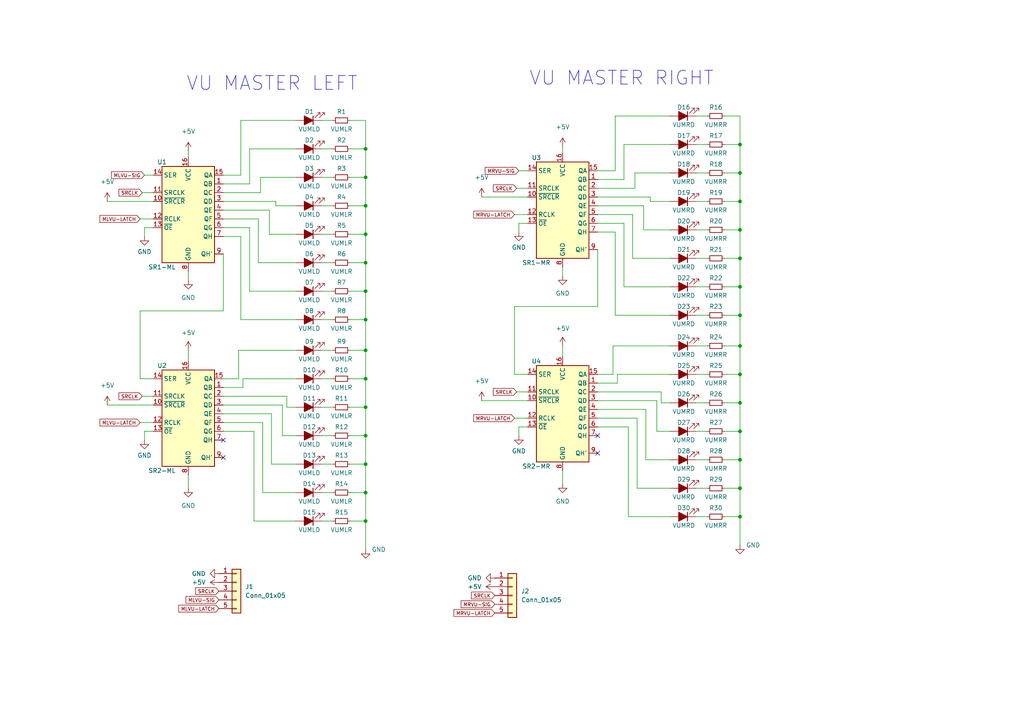
<source format=kicad_sch>
(kicad_sch (version 20231120) (generator "eeschema") (generator_version "8.0")
  (paper "A4")
  (lib_symbols
    (symbol "74xx:74HC595"
      (property "Reference" "U" (at -7.62 13.97 0))
      (property "Value" "74HC595" (at -7.62 -16.51 0))
      (symbol "74HC595_1_0"
        (pin tri_state line (at 10.16 7.62 180) (length 2.54) (name "QB") (number "1"))
        (pin input line (at -10.16 2.54 0) (length 2.54) (name "~{SRCLR}") (number "10"))
        (pin input line (at -10.16 5.08 0) (length 2.54) (name "SRCLK") (number "11"))
        (pin input line (at -10.16 -2.54 0) (length 2.54) (name "RCLK") (number "12"))
        (pin input line (at -10.16 -5.08 0) (length 2.54) (name "~{OE}") (number "13"))
        (pin input line (at -10.16 10.16 0) (length 2.54) (name "SER") (number "14"))
        (pin tri_state line (at 10.16 10.16 180) (length 2.54) (name "QA") (number "15"))
        (pin power_in line (at 0 15.24 270) (length 2.54) (name "VCC") (number "16"))
        (pin tri_state line (at 10.16 5.08 180) (length 2.54) (name "QC") (number "2"))
        (pin tri_state line (at 10.16 2.54 180) (length 2.54) (name "QD") (number "3"))
        (pin tri_state line (at 10.16 0 180) (length 2.54) (name "QE") (number "4"))
        (pin tri_state line (at 10.16 -2.54 180) (length 2.54) (name "QF") (number "5"))
        (pin tri_state line (at 10.16 -5.08 180) (length 2.54) (name "QG") (number "6"))
        (pin tri_state line (at 10.16 -7.62 180) (length 2.54) (name "QH") (number "7"))
        (pin power_in line (at 0 -17.78 90) (length 2.54) (name "GND") (number "8"))
        (pin output line (at 10.16 -12.7 180) (length 2.54) (name "QH'") (number "9"))
      )
      (symbol "74HC595_1_1"
        (rectangle (start -7.62 12.7) (end 7.62 -15.24) (stroke (width 0.254)) (fill (type background)))
      )
    )
    (symbol "Connector_Generic:Conn_01x05" (pin_names (offset 1.016) hide)
      (property "Reference" "J" (at 0 7.62 0))
      (property "Value" "Conn_01x05" (at 0 -7.62 0))
      (symbol "Conn_01x05_1_1"
        (rectangle (start -1.27 -4.953) (end 0 -5.207) (stroke (width 0.1524)))
        (rectangle (start -1.27 -2.413) (end 0 -2.667) (stroke (width 0.1524)))
        (rectangle (start -1.27 0.127) (end 0 -0.127) (stroke (width 0.1524)))
        (rectangle (start -1.27 2.667) (end 0 2.413) (stroke (width 0.1524)))
        (rectangle (start -1.27 5.207) (end 0 4.953) (stroke (width 0.1524)))
        (rectangle (start -1.27 6.35) (end 1.27 -6.35) (stroke (width 0.254)) (fill (type background)))
        (pin passive line (at -5.08 5.08 0) (length 3.81) (name "Pin_1") (number "1"))
        (pin passive line (at -5.08 2.54 0) (length 3.81) (name "Pin_2") (number "2"))
        (pin passive line (at -5.08 0 0) (length 3.81) (name "Pin_3") (number "3"))
        (pin passive line (at -5.08 -2.54 0) (length 3.81) (name "Pin_4") (number "4"))
        (pin passive line (at -5.08 -5.08 0) (length 3.81) (name "Pin_5") (number "5"))
      )
    )
    (symbol "Device:LED_Filled" (pin_numbers hide) (pin_names (offset 1.016) hide)
      (property "Reference" "D" (at 0 2.54 0))
      (property "Value" "LED_Filled" (at 0 -2.54 0))
      (symbol "LED_Filled_0_1"
        (polyline (pts (xy -1.27 -1.27) (xy -1.27 1.27)) (stroke (width 0.254)))
        (polyline (pts (xy -1.27 0) (xy 1.27 0)))
        (polyline (pts (xy 1.27 -1.27) (xy 1.27 1.27) (xy -1.27 0) (xy 1.27 -1.27)) (stroke (width 0.254)) (fill (type outline)))
        (polyline (pts (xy -3.048 -0.762) (xy -4.572 -2.286) (xy -3.81 -2.286) (xy -4.572 -2.286) (xy -4.572 -1.524)))
        (polyline (pts (xy -1.778 -0.762) (xy -3.302 -2.286) (xy -2.54 -2.286) (xy -3.302 -2.286) (xy -3.302 -1.524)))
      )
      (symbol "LED_Filled_1_1"
        (pin passive line (at -3.81 0 0) (length 2.54) (name "K") (number "1"))
        (pin passive line (at 3.81 0 180) (length 2.54) (name "A") (number "2"))
      )
    )
    (symbol "Device:R_Small" (pin_numbers hide) (pin_names (offset 0.254) hide)
      (property "Reference" "R" (at 0.762 0.508 0))
      (property "Value" "R_Small" (at 0.762 -1.016 0))
      (symbol "R_Small_0_1"
        (rectangle (start -0.762 1.778) (end 0.762 -1.778) (stroke (width 0.2032)))
      )
      (symbol "R_Small_1_1"
        (pin passive line (at 0 2.54 270) (length 0.762) (name "~") (number "1"))
        (pin passive line (at 0 -2.54 90) (length 0.762) (name "~") (number "2"))
      )
    )
    (symbol "power:+5V" (power) (pin_names (offset 0))
      (property "Value" "+5V" (at 0 3.556 0))
      (symbol "+5V_0_1"
        (polyline (pts (xy -0.762 1.27) (xy 0 2.54)))
        (polyline (pts (xy 0 0) (xy 0 2.54)))
        (polyline (pts (xy 0 2.54) (xy 0.762 1.27)))
      )
      (symbol "+5V_1_1"
        (pin power_in line (at 0 0 90) (length 0) hide (name "+5V") (number "1"))
      )
    )
    (symbol "power:GND" (power) (pin_names (offset 0))
      (property "Value" "GND" (at 0 -3.81 0))
      (symbol "GND_0_1"
        (polyline (pts (xy 0 0) (xy 0 -1.27) (xy 1.27 -1.27) (xy 0 -2.54) (xy -1.27 -1.27) (xy 0 -1.27)))
      )
      (symbol "GND_1_1"
        (pin power_in line (at 0 0 270) (length 0) hide (name "GND") (number "1"))
      )
    )
  )
  (junction (at 214.63 141.605) (diameter 0.9144))
  (junction (at 106.045 151.13) (diameter 0.9144))
  (junction (at 214.63 149.86) (diameter 0.9144))
  (junction (at 214.63 58.42) (diameter 0.9144))
  (junction (at 106.045 134.62) (diameter 0.9144))
  (junction (at 106.045 118.11) (diameter 0.9144))
  (junction (at 214.63 108.585) (diameter 0.9144))
  (junction (at 214.63 125.095) (diameter 0.9144))
  (junction (at 214.63 100.33) (diameter 0.9144))
  (junction (at 214.63 74.93) (diameter 0.9144))
  (junction (at 106.045 126.365) (diameter 0.9144))
  (junction (at 106.045 76.2) (diameter 0.9144))
  (junction (at 106.045 109.855) (diameter 0.9144))
  (junction (at 106.045 51.435) (diameter 0.9144))
  (junction (at 214.63 83.185) (diameter 0.9144))
  (junction (at 214.63 116.84) (diameter 0.9144))
  (junction (at 106.045 142.875) (diameter 0.9144))
  (junction (at 106.045 43.18) (diameter 0.9144))
  (junction (at 214.63 41.91) (diameter 0.9144))
  (junction (at 214.63 66.675) (diameter 0.9144))
  (junction (at 106.045 92.71) (diameter 0.9144))
  (junction (at 106.045 59.69) (diameter 0.9144))
  (junction (at 106.045 101.6) (diameter 0.9144))
  (junction (at 106.045 84.455) (diameter 0.9144))
  (junction (at 214.63 91.44) (diameter 0.9144))
  (junction (at 214.63 50.165) (diameter 0.9144))
  (junction (at 214.63 133.35) (diameter 0.9144))
  (junction (at 106.045 67.945) (diameter 0.9144))
  (no_connect (at 173.355 126.365))
  (no_connect (at 64.77 132.715))
  (no_connect (at 64.77 127.635))
  (no_connect (at 173.355 131.445))
  (wire (pts (xy 106.045 92.71) (xy 106.045 101.6)))
  (wire (pts (xy 210.185 33.655) (xy 214.63 33.655)))
  (wire (pts (xy 190.5 116.205) (xy 190.5 125.095)))
  (wire (pts (xy 41.91 125.095) (xy 44.45 125.095)))
  (wire (pts (xy 106.045 126.365) (xy 106.045 134.62)))
  (wire (pts (xy 201.93 133.35) (xy 205.105 133.35)))
  (wire (pts (xy 101.6 134.62) (xy 106.045 134.62)))
  (wire (pts (xy 201.93 41.91) (xy 205.105 41.91)))
  (wire (pts (xy 163.195 136.525) (xy 163.195 140.335)))
  (wire (pts (xy 74.93 76.2) (xy 85.725 76.2)))
  (wire (pts (xy 150.495 126.365) (xy 150.495 123.825)))
  (wire (pts (xy 173.355 123.825) (xy 182.245 123.825)))
  (wire (pts (xy 64.77 117.475) (xy 81.915 117.475)))
  (wire (pts (xy 173.355 59.69) (xy 186.69 59.69)))
  (wire (pts (xy 210.185 83.185) (xy 214.63 83.185)))
  (wire (pts (xy 76.2 142.875) (xy 85.725 142.875)))
  (wire (pts (xy 106.045 43.18) (xy 106.045 51.435)))
  (wire (pts (xy 69.85 50.8) (xy 64.77 50.8)))
  (wire (pts (xy 85.725 34.925) (xy 69.85 34.925)))
  (wire (pts (xy 31.115 58.42) (xy 44.45 58.42)))
  (wire (pts (xy 106.045 151.13) (xy 106.045 159.385)))
  (wire (pts (xy 72.39 84.455) (xy 85.725 84.455)))
  (wire (pts (xy 173.355 116.205) (xy 190.5 116.205)))
  (wire (pts (xy 70.485 112.395) (xy 64.77 112.395)))
  (wire (pts (xy 83.185 114.935) (xy 83.185 118.11)))
  (wire (pts (xy 214.63 58.42) (xy 214.63 66.675)))
  (wire (pts (xy 76.2 122.555) (xy 76.2 142.875)))
  (wire (pts (xy 184.15 50.165) (xy 194.31 50.165)))
  (wire (pts (xy 93.345 142.875) (xy 96.52 142.875)))
  (wire (pts (xy 173.355 67.31) (xy 178.435 67.31)))
  (wire (pts (xy 69.215 101.6) (xy 69.215 109.855)))
  (wire (pts (xy 210.185 66.675) (xy 214.63 66.675)))
  (wire (pts (xy 72.39 53.34) (xy 72.39 43.18)))
  (wire (pts (xy 178.435 91.44) (xy 194.31 91.44)))
  (wire (pts (xy 190.5 125.095) (xy 194.31 125.095)))
  (wire (pts (xy 173.355 64.77) (xy 180.975 64.77)))
  (wire (pts (xy 93.345 84.455) (xy 96.52 84.455)))
  (wire (pts (xy 183.515 74.93) (xy 194.31 74.93)))
  (wire (pts (xy 210.185 58.42) (xy 214.63 58.42)))
  (wire (pts (xy 40.64 63.5) (xy 44.45 63.5)))
  (wire (pts (xy 85.725 101.6) (xy 69.215 101.6)))
  (wire (pts (xy 54.61 43.815) (xy 54.61 45.72)))
  (wire (pts (xy 54.61 78.74) (xy 54.61 81.28)))
  (wire (pts (xy 93.345 134.62) (xy 96.52 134.62)))
  (wire (pts (xy 214.63 33.655) (xy 214.63 41.91)))
  (wire (pts (xy 184.785 141.605) (xy 194.31 141.605)))
  (wire (pts (xy 210.185 149.86) (xy 214.63 149.86)))
  (wire (pts (xy 31.115 117.475) (xy 44.45 117.475)))
  (wire (pts (xy 210.185 125.095) (xy 214.63 125.095)))
  (wire (pts (xy 180.975 64.77) (xy 180.975 83.185)))
  (wire (pts (xy 180.975 52.07) (xy 180.975 41.91)))
  (wire (pts (xy 41.275 55.88) (xy 44.45 55.88)))
  (wire (pts (xy 210.185 91.44) (xy 214.63 91.44)))
  (wire (pts (xy 72.39 66.04) (xy 72.39 84.455)))
  (wire (pts (xy 64.77 63.5) (xy 74.93 63.5)))
  (wire (pts (xy 201.93 108.585) (xy 205.105 108.585)))
  (wire (pts (xy 194.31 133.35) (xy 187.325 133.35)))
  (wire (pts (xy 178.435 33.655) (xy 178.435 49.53)))
  (wire (pts (xy 69.85 34.925) (xy 69.85 50.8)))
  (wire (pts (xy 201.93 58.42) (xy 205.105 58.42)))
  (wire (pts (xy 210.185 41.91) (xy 214.63 41.91)))
  (wire (pts (xy 93.345 43.18) (xy 96.52 43.18)))
  (wire (pts (xy 64.77 53.34) (xy 72.39 53.34)))
  (wire (pts (xy 214.63 116.84) (xy 214.63 125.095)))
  (wire (pts (xy 106.045 67.945) (xy 106.045 76.2)))
  (wire (pts (xy 69.85 92.71) (xy 85.725 92.71)))
  (wire (pts (xy 78.74 134.62) (xy 78.74 120.015)))
  (wire (pts (xy 210.185 100.33) (xy 214.63 100.33)))
  (wire (pts (xy 149.86 54.61) (xy 153.035 54.61)))
  (wire (pts (xy 101.6 151.13) (xy 106.045 151.13)))
  (wire (pts (xy 210.185 116.84) (xy 214.63 116.84)))
  (wire (pts (xy 173.355 52.07) (xy 180.975 52.07)))
  (wire (pts (xy 64.77 73.66) (xy 64.77 90.17)))
  (wire (pts (xy 101.6 59.69) (xy 106.045 59.69)))
  (wire (pts (xy 41.91 68.58) (xy 41.91 66.04)))
  (wire (pts (xy 191.77 116.84) (xy 194.31 116.84)))
  (wire (pts (xy 201.93 91.44) (xy 205.105 91.44)))
  (wire (pts (xy 106.045 84.455) (xy 106.045 92.71)))
  (wire (pts (xy 106.045 109.855) (xy 106.045 118.11)))
  (wire (pts (xy 101.6 142.875) (xy 106.045 142.875)))
  (wire (pts (xy 101.6 34.925) (xy 106.045 34.925)))
  (wire (pts (xy 80.01 59.69) (xy 85.725 59.69)))
  (wire (pts (xy 64.77 68.58) (xy 69.85 68.58)))
  (wire (pts (xy 210.185 108.585) (xy 214.63 108.585)))
  (wire (pts (xy 64.77 55.88) (xy 75.565 55.88)))
  (wire (pts (xy 93.345 67.945) (xy 96.52 67.945)))
  (wire (pts (xy 188.595 58.42) (xy 194.31 58.42)))
  (wire (pts (xy 106.045 118.11) (xy 106.045 126.365)))
  (wire (pts (xy 184.785 121.285) (xy 184.785 141.605)))
  (wire (pts (xy 194.31 100.33) (xy 177.8 100.33)))
  (wire (pts (xy 101.6 118.11) (xy 106.045 118.11)))
  (wire (pts (xy 106.045 76.2) (xy 106.045 84.455)))
  (wire (pts (xy 69.215 109.855) (xy 64.77 109.855)))
  (wire (pts (xy 163.195 42.545) (xy 163.195 44.45)))
  (wire (pts (xy 74.93 63.5) (xy 74.93 76.2)))
  (wire (pts (xy 182.245 123.825) (xy 182.245 149.86)))
  (wire (pts (xy 210.185 50.165) (xy 214.63 50.165)))
  (wire (pts (xy 80.01 58.42) (xy 80.01 59.69)))
  (wire (pts (xy 41.275 114.935) (xy 44.45 114.935)))
  (wire (pts (xy 83.185 118.11) (xy 85.725 118.11)))
  (wire (pts (xy 40.64 109.855) (xy 44.45 109.855)))
  (wire (pts (xy 201.93 33.655) (xy 205.105 33.655)))
  (wire (pts (xy 214.63 41.91) (xy 214.63 50.165)))
  (wire (pts (xy 214.63 141.605) (xy 214.63 149.86)))
  (wire (pts (xy 183.515 62.23) (xy 183.515 74.93)))
  (wire (pts (xy 201.93 50.165) (xy 205.105 50.165)))
  (wire (pts (xy 54.61 101.6) (xy 54.61 104.775)))
  (wire (pts (xy 201.93 141.605) (xy 205.105 141.605)))
  (wire (pts (xy 81.915 117.475) (xy 81.915 126.365)))
  (wire (pts (xy 85.725 134.62) (xy 78.74 134.62)))
  (wire (pts (xy 70.485 109.855) (xy 70.485 112.395)))
  (wire (pts (xy 194.31 33.655) (xy 178.435 33.655)))
  (wire (pts (xy 101.6 51.435) (xy 106.045 51.435)))
  (wire (pts (xy 173.355 113.665) (xy 191.77 113.665)))
  (wire (pts (xy 214.63 74.93) (xy 214.63 83.185)))
  (wire (pts (xy 106.045 134.62) (xy 106.045 142.875)))
  (wire (pts (xy 101.6 67.945) (xy 106.045 67.945)))
  (wire (pts (xy 149.225 121.285) (xy 153.035 121.285)))
  (wire (pts (xy 180.975 41.91) (xy 194.31 41.91)))
  (wire (pts (xy 64.77 122.555) (xy 76.2 122.555)))
  (wire (pts (xy 75.565 51.435) (xy 85.725 51.435)))
  (wire (pts (xy 106.045 101.6) (xy 106.045 109.855)))
  (wire (pts (xy 210.185 141.605) (xy 214.63 141.605)))
  (wire (pts (xy 72.39 43.18) (xy 85.725 43.18)))
  (wire (pts (xy 214.63 66.675) (xy 214.63 74.93)))
  (wire (pts (xy 214.63 50.165) (xy 214.63 58.42)))
  (wire (pts (xy 41.91 50.8) (xy 44.45 50.8)))
  (wire (pts (xy 85.725 109.855) (xy 70.485 109.855)))
  (wire (pts (xy 64.77 66.04) (xy 72.39 66.04)))
  (wire (pts (xy 73.66 151.13) (xy 85.725 151.13)))
  (wire (pts (xy 64.77 125.095) (xy 73.66 125.095)))
  (wire (pts (xy 93.345 126.365) (xy 96.52 126.365)))
  (wire (pts (xy 101.6 43.18) (xy 106.045 43.18)))
  (wire (pts (xy 179.07 108.585) (xy 179.07 111.125)))
  (wire (pts (xy 191.77 113.665) (xy 191.77 116.84)))
  (wire (pts (xy 177.8 100.33) (xy 177.8 108.585)))
  (wire (pts (xy 106.045 142.875) (xy 106.045 151.13)))
  (wire (pts (xy 201.93 83.185) (xy 205.105 83.185)))
  (wire (pts (xy 163.195 77.47) (xy 163.195 80.01)))
  (wire (pts (xy 93.345 151.13) (xy 96.52 151.13)))
  (wire (pts (xy 106.045 51.435) (xy 106.045 59.69)))
  (wire (pts (xy 101.6 92.71) (xy 106.045 92.71)))
  (wire (pts (xy 214.63 91.44) (xy 214.63 100.33)))
  (wire (pts (xy 178.435 49.53) (xy 173.355 49.53)))
  (wire (pts (xy 150.495 49.53) (xy 153.035 49.53)))
  (wire (pts (xy 93.345 109.855) (xy 96.52 109.855)))
  (wire (pts (xy 214.63 108.585) (xy 214.63 116.84)))
  (wire (pts (xy 93.345 76.2) (xy 96.52 76.2)))
  (wire (pts (xy 182.245 149.86) (xy 194.31 149.86)))
  (wire (pts (xy 201.93 66.675) (xy 205.105 66.675)))
  (wire (pts (xy 173.355 57.15) (xy 188.595 57.15)))
  (wire (pts (xy 93.345 101.6) (xy 96.52 101.6)))
  (wire (pts (xy 78.74 120.015) (xy 64.77 120.015)))
  (wire (pts (xy 214.63 83.185) (xy 214.63 91.44)))
  (wire (pts (xy 139.7 116.205) (xy 153.035 116.205)))
  (wire (pts (xy 173.355 88.9) (xy 149.225 88.9)))
  (wire (pts (xy 149.86 113.665) (xy 153.035 113.665)))
  (wire (pts (xy 178.435 67.31) (xy 178.435 91.44)))
  (wire (pts (xy 149.225 88.9) (xy 149.225 108.585)))
  (wire (pts (xy 93.345 34.925) (xy 96.52 34.925)))
  (wire (pts (xy 149.225 62.23) (xy 153.035 62.23)))
  (wire (pts (xy 186.69 59.69) (xy 186.69 66.675)))
  (wire (pts (xy 177.8 108.585) (xy 173.355 108.585)))
  (wire (pts (xy 139.7 57.15) (xy 153.035 57.15)))
  (wire (pts (xy 64.77 58.42) (xy 80.01 58.42)))
  (wire (pts (xy 101.6 101.6) (xy 106.045 101.6)))
  (wire (pts (xy 173.355 62.23) (xy 183.515 62.23)))
  (wire (pts (xy 201.93 100.33) (xy 205.105 100.33)))
  (wire (pts (xy 184.15 54.61) (xy 184.15 50.165)))
  (wire (pts (xy 40.64 90.17) (xy 40.64 109.855)))
  (wire (pts (xy 93.345 118.11) (xy 96.52 118.11)))
  (wire (pts (xy 101.6 76.2) (xy 106.045 76.2)))
  (wire (pts (xy 75.565 55.88) (xy 75.565 51.435)))
  (wire (pts (xy 54.61 137.795) (xy 54.61 141.605)))
  (wire (pts (xy 173.355 72.39) (xy 173.355 88.9)))
  (wire (pts (xy 40.64 122.555) (xy 44.45 122.555)))
  (wire (pts (xy 201.93 149.86) (xy 205.105 149.86)))
  (wire (pts (xy 106.045 34.925) (xy 106.045 43.18)))
  (wire (pts (xy 101.6 84.455) (xy 106.045 84.455)))
  (wire (pts (xy 214.63 125.095) (xy 214.63 133.35)))
  (wire (pts (xy 93.345 59.69) (xy 96.52 59.69)))
  (wire (pts (xy 73.66 125.095) (xy 73.66 151.13)))
  (wire (pts (xy 150.495 67.31) (xy 150.495 64.77)))
  (wire (pts (xy 194.31 108.585) (xy 179.07 108.585)))
  (wire (pts (xy 163.195 100.33) (xy 163.195 103.505)))
  (wire (pts (xy 173.355 54.61) (xy 184.15 54.61)))
  (wire (pts (xy 214.63 133.35) (xy 214.63 141.605)))
  (wire (pts (xy 201.93 125.095) (xy 205.105 125.095)))
  (wire (pts (xy 149.225 108.585) (xy 153.035 108.585)))
  (wire (pts (xy 214.63 149.86) (xy 214.63 158.115)))
  (wire (pts (xy 93.345 92.71) (xy 96.52 92.71)))
  (wire (pts (xy 188.595 57.15) (xy 188.595 58.42)))
  (wire (pts (xy 106.045 59.69) (xy 106.045 67.945)))
  (wire (pts (xy 93.345 51.435) (xy 96.52 51.435)))
  (wire (pts (xy 214.63 100.33) (xy 214.63 108.585)))
  (wire (pts (xy 81.915 126.365) (xy 85.725 126.365)))
  (wire (pts (xy 101.6 109.855) (xy 106.045 109.855)))
  (wire (pts (xy 64.77 90.17) (xy 40.64 90.17)))
  (wire (pts (xy 179.07 111.125) (xy 173.355 111.125)))
  (wire (pts (xy 69.85 68.58) (xy 69.85 92.71)))
  (wire (pts (xy 78.105 67.945) (xy 85.725 67.945)))
  (wire (pts (xy 187.325 133.35) (xy 187.325 118.745)))
  (wire (pts (xy 187.325 118.745) (xy 173.355 118.745)))
  (wire (pts (xy 186.69 66.675) (xy 194.31 66.675)))
  (wire (pts (xy 101.6 126.365) (xy 106.045 126.365)))
  (wire (pts (xy 201.93 74.93) (xy 205.105 74.93)))
  (wire (pts (xy 150.495 64.77) (xy 153.035 64.77)))
  (wire (pts (xy 41.91 66.04) (xy 44.45 66.04)))
  (wire (pts (xy 210.185 74.93) (xy 214.63 74.93)))
  (wire (pts (xy 180.975 83.185) (xy 194.31 83.185)))
  (wire (pts (xy 64.77 60.96) (xy 78.105 60.96)))
  (wire (pts (xy 173.355 121.285) (xy 184.785 121.285)))
  (wire (pts (xy 150.495 123.825) (xy 153.035 123.825)))
  (wire (pts (xy 78.105 60.96) (xy 78.105 67.945)))
  (wire (pts (xy 201.93 116.84) (xy 205.105 116.84)))
  (wire (pts (xy 210.185 133.35) (xy 214.63 133.35)))
  (wire (pts (xy 41.91 127.635) (xy 41.91 125.095)))
  (wire (pts (xy 64.77 114.935) (xy 83.185 114.935)))
  (text "VU MASTER LEFT" (at 53.975 26.67 0) (effects (font (size 4.016 4.016)) (justify left bottom)))
  (text "VU MASTER RIGHT" (at 153.416 25.146 0) (effects (font (size 4.016 4.016)) (justify left bottom)))
  (global_label "MRVU-SIG" (shape input) (at 143.51 175.26 180) (effects (font (size 1.016 1.016))) (property "Intersheetrefs" "${INTERSHEET_REFS}" (effects (hide yes))))
  (global_label "SRCLK" (shape input) (at 41.275 114.935 180) (effects (font (size 1.016 1.016))) (property "Intersheetrefs" "${INTERSHEET_REFS}" (effects (hide yes))))
  (global_label "MRVU-LATCH" (shape input) (at 149.225 121.285 180) (effects (font (size 1.016 1.016))) (property "Intersheetrefs" "${INTERSHEET_REFS}" (effects (hide yes))))
  (global_label "MRVU-LATCH" (shape input) (at 143.51 177.8 180) (effects (font (size 1.016 1.016))) (property "Intersheetrefs" "${INTERSHEET_REFS}" (effects (hide yes))))
  (global_label "MLVU-LATCH" (shape input) (at 63.5 176.53 180) (effects (font (size 1.016 1.016))) (property "Intersheetrefs" "${INTERSHEET_REFS}" (effects (hide yes))))
  (global_label "MLVU-LATCH" (shape input) (at 40.64 122.555 180) (effects (font (size 1.016 1.016))) (property "Intersheetrefs" "${INTERSHEET_REFS}" (effects (hide yes))))
  (global_label "MRVU-LATCH" (shape input) (at 149.225 62.23 180) (effects (font (size 1.016 1.016))) (property "Intersheetrefs" "${INTERSHEET_REFS}" (effects (hide yes))))
  (global_label "MLVU-SIG" (shape input) (at 63.5 173.99 180) (effects (font (size 1.016 1.016))) (property "Intersheetrefs" "${INTERSHEET_REFS}" (effects (hide yes))))
  (global_label "SRCLK" (shape input) (at 149.86 54.61 180) (effects (font (size 1.016 1.016))) (property "Intersheetrefs" "${INTERSHEET_REFS}" (effects (hide yes))))
  (global_label "SRCLK" (shape input) (at 63.5 171.45 180) (effects (font (size 1.016 1.016))) (property "Intersheetrefs" "${INTERSHEET_REFS}" (effects (hide yes))))
  (global_label "MRVU-SIG" (shape input) (at 150.495 49.53 180) (effects (font (size 1.016 1.016))) (property "Intersheetrefs" "${INTERSHEET_REFS}" (effects (hide yes))))
  (global_label "SRCLK" (shape input) (at 149.86 113.665 180) (effects (font (size 1.016 1.016))) (property "Intersheetrefs" "${INTERSHEET_REFS}" (effects (hide yes))))
  (global_label "MLVU-LATCH" (shape input) (at 40.64 63.5 180) (effects (font (size 1.016 1.016))) (property "Intersheetrefs" "${INTERSHEET_REFS}" (effects (hide yes))))
  (global_label "MLVU-SIG" (shape input) (at 41.91 50.8 180) (effects (font (size 1.016 1.016))) (property "Intersheetrefs" "${INTERSHEET_REFS}" (effects (hide yes))))
  (global_label "SRCLK" (shape input) (at 41.275 55.88 180) (effects (font (size 1.016 1.016))) (property "Intersheetrefs" "${INTERSHEET_REFS}" (effects (hide yes))))
  (global_label "SRCLK" (shape input) (at 143.51 172.72 180) (effects (font (size 1.016 1.016))) (property "Intersheetrefs" "${INTERSHEET_REFS}" (effects (hide yes))))
  (symbol (lib_id "74xx:74HC595") (at 54.61 120.015 0) (unit 1)
    (property "Reference" "U2" (at 46.99 106.045 0))
    (property "Value" "SR2-ML" (at 46.99 136.525 0))
    (property "Footprint" "Package_SO:SOIC-16_3.9x9.9mm_P1.27mm" (effects (hide yes)))
    (property "Datasheet" "http://www.ti.com/lit/ds/symlink/sn74hc595.pdf" (effects (hide yes)))
  )
  (symbol (lib_id "Device:R_Small") (at 99.06 134.62 270) (unit 1)
    (property "Reference" "R13" (at 99.06 132.08 90))
    (property "Value" "VUMLR" (at 99.06 137.16 90))
    (property "Footprint" "Resistor_SMD:R_1206_3216Metric_Pad1.30x1.75mm_HandSolder" (effects (hide yes)))
  )
  (symbol (lib_id "power:+5V") (at 163.195 100.33 0) (unit 1)
    (property "Reference" "#PWR016" (effects (hide yes)))
    (property "Value" "+5V" (at 163.195 95.25 0))
  )
  (symbol (lib_id "Device:R_Small") (at 207.645 50.165 270) (unit 1)
    (property "Reference" "R18" (at 207.645 47.625 90))
    (property "Value" "VUMRR" (at 207.645 52.705 90))
    (property "Footprint" "Resistor_SMD:R_1206_3216Metric_Pad1.30x1.75mm_HandSolder" (effects (hide yes)))
  )
  (symbol (lib_id "power:GND") (at 63.5 166.37 270) (unit 1)
    (property "Reference" "#PWR019" (effects (hide yes)))
    (property "Value" "GND" (at 59.69 166.3699 90) (effects (justify right)))
  )
  (symbol (lib_id "power:GND") (at 163.195 80.01 0) (unit 1)
    (property "Reference" "#PWR015" (effects (hide yes)))
    (property "Value" "GND" (at 163.195 85.09 0))
  )
  (symbol (lib_id "Device:LED_Filled") (at 198.12 74.93 180) (unit 1)
    (property "Reference" "D21" (at 198.3105 72.39 0))
    (property "Value" "VUMRD" (at 198.3105 77.47 0))
    (property "Footprint" "Library:LED_YELLOW" (effects (hide yes)))
  )
  (symbol (lib_id "Device:LED_Filled") (at 198.12 116.84 180) (unit 1)
    (property "Reference" "D26" (at 198.3105 114.3 0))
    (property "Value" "VUMRD" (at 198.3105 119.38 0))
    (property "Footprint" "Library:LED_GREEN" (effects (hide yes)))
  )
  (symbol (lib_id "Device:LED_Filled") (at 198.12 100.33 180) (unit 1)
    (property "Reference" "D24" (at 198.3105 97.79 0))
    (property "Value" "VUMRD" (at 198.3105 102.87 0))
    (property "Footprint" "Library:LED_GREEN" (effects (hide yes)))
  )
  (symbol (lib_id "Device:R_Small") (at 207.645 91.44 270) (unit 1)
    (property "Reference" "R23" (at 207.645 88.9 90))
    (property "Value" "VUMRR" (at 207.645 93.98 90))
    (property "Footprint" "Resistor_SMD:R_1206_3216Metric_Pad1.30x1.75mm_HandSolder" (effects (hide yes)))
  )
  (symbol (lib_id "Device:LED_Filled") (at 198.12 33.655 180) (unit 1)
    (property "Reference" "D16" (at 198.3105 31.115 0))
    (property "Value" "VUMRD" (at 198.3105 36.195 0))
    (property "Footprint" "Library:LED_RED" (effects (hide yes)))
  )
  (symbol (lib_id "Device:R_Small") (at 207.645 108.585 270) (unit 1)
    (property "Reference" "R25" (at 207.645 106.045 90))
    (property "Value" "VUMRR" (at 207.645 111.125 90))
    (property "Footprint" "Resistor_SMD:R_1206_3216Metric_Pad1.30x1.75mm_HandSolder" (effects (hide yes)))
  )
  (symbol (lib_id "power:+5V") (at 54.61 101.6 0) (unit 1)
    (property "Reference" "#PWR07" (effects (hide yes)))
    (property "Value" "+5V" (at 54.61 96.52 0))
  )
  (symbol (lib_id "Device:LED_Filled") (at 89.535 34.925 180) (unit 1)
    (property "Reference" "D1" (at 89.7255 32.385 0))
    (property "Value" "VUMLD" (at 89.7255 37.465 0))
    (property "Footprint" "Library:LED_RED" (effects (hide yes)))
  )
  (symbol (lib_id "Device:LED_Filled") (at 89.535 59.69 180) (unit 1)
    (property "Reference" "D4" (at 89.7255 57.15 0))
    (property "Value" "VUMLD" (at 89.7255 62.23 0))
    (property "Footprint" "Library:LED_YELLOW" (effects (hide yes)))
  )
  (symbol (lib_id "Device:R_Small") (at 99.06 51.435 270) (unit 1)
    (property "Reference" "R3" (at 99.06 48.895 90))
    (property "Value" "VUMLR" (at 99.06 53.975 90))
    (property "Footprint" "Resistor_SMD:R_1206_3216Metric_Pad1.30x1.75mm_HandSolder" (effects (hide yes)))
  )
  (symbol (lib_id "Device:R_Small") (at 99.06 34.925 270) (unit 1)
    (property "Reference" "R1" (at 99.06 32.385 90))
    (property "Value" "VUMLR" (at 99.06 37.465 90))
    (property "Footprint" "Resistor_SMD:R_1206_3216Metric_Pad1.30x1.75mm_HandSolder" (effects (hide yes)))
  )
  (symbol (lib_id "power:GND") (at 41.91 127.635 0) (unit 1)
    (property "Reference" "#PWR04" (effects (hide yes)))
    (property "Value" "GND" (at 41.91 132.08 0))
  )
  (symbol (lib_id "power:GND") (at 163.195 140.335 0) (unit 1)
    (property "Reference" "#PWR017" (effects (hide yes)))
    (property "Value" "GND" (at 163.195 145.415 0))
  )
  (symbol (lib_id "Device:LED_Filled") (at 89.535 151.13 180) (unit 1)
    (property "Reference" "D15" (at 89.7255 148.59 0))
    (property "Value" "VUMLD" (at 89.7255 153.67 0))
    (property "Footprint" "Library:LED_GREEN" (effects (hide yes)))
  )
  (symbol (lib_id "Device:LED_Filled") (at 89.535 118.11 180) (unit 1)
    (property "Reference" "D11" (at 89.7255 115.57 0))
    (property "Value" "VUMLD" (at 89.7255 120.65 0))
    (property "Footprint" "Library:LED_GREEN" (effects (hide yes)))
  )
  (symbol (lib_id "Device:LED_Filled") (at 89.535 84.455 180) (unit 1)
    (property "Reference" "D7" (at 89.7255 81.915 0))
    (property "Value" "VUMLD" (at 89.7255 86.995 0))
    (property "Footprint" "Library:LED_GREEN" (effects (hide yes)))
  )
  (symbol (lib_id "Device:R_Small") (at 207.645 100.33 270) (unit 1)
    (property "Reference" "R24" (at 207.645 97.79 90))
    (property "Value" "VUMRR" (at 207.645 102.87 90))
    (property "Footprint" "Resistor_SMD:R_1206_3216Metric_Pad1.30x1.75mm_HandSolder" (effects (hide yes)))
  )
  (symbol (lib_id "Device:R_Small") (at 99.06 59.69 270) (unit 1)
    (property "Reference" "R4" (at 99.06 57.15 90))
    (property "Value" "VUMLR" (at 99.06 62.23 90))
    (property "Footprint" "Resistor_SMD:R_1206_3216Metric_Pad1.30x1.75mm_HandSolder" (effects (hide yes)))
  )
  (symbol (lib_id "power:GND") (at 54.61 141.605 0) (unit 1)
    (property "Reference" "#PWR08" (effects (hide yes)))
    (property "Value" "GND" (at 54.61 146.685 0))
  )
  (symbol (lib_id "power:GND") (at 214.63 158.115 0) (unit 1)
    (property "Reference" "#PWR018" (effects (hide yes)))
    (property "Value" "GND" (at 218.44 158.115 0))
  )
  (symbol (lib_id "Device:R_Small") (at 99.06 126.365 270) (unit 1)
    (property "Reference" "R12" (at 99.06 123.825 90))
    (property "Value" "VUMLR" (at 99.06 128.905 90))
    (property "Footprint" "Resistor_SMD:R_1206_3216Metric_Pad1.30x1.75mm_HandSolder" (effects (hide yes)))
  )
  (symbol (lib_id "power:GND") (at 150.495 126.365 0) (unit 1)
    (property "Reference" "#PWR013" (effects (hide yes)))
    (property "Value" "GND" (at 150.495 130.81 0))
  )
  (symbol (lib_id "power:+5V") (at 163.195 42.545 0) (unit 1)
    (property "Reference" "#PWR014" (effects (hide yes)))
    (property "Value" "+5V" (at 163.195 36.83 0))
  )
  (symbol (lib_id "Device:LED_Filled") (at 89.535 134.62 180) (unit 1)
    (property "Reference" "D13" (at 89.7255 132.08 0))
    (property "Value" "VUMLD" (at 89.7255 137.16 0))
    (property "Footprint" "Library:LED_GREEN" (effects (hide yes)))
  )
  (symbol (lib_id "Device:R_Small") (at 207.645 74.93 270) (unit 1)
    (property "Reference" "R21" (at 207.645 72.39 90))
    (property "Value" "VUMRR" (at 207.645 77.47 90))
    (property "Footprint" "Resistor_SMD:R_1206_3216Metric_Pad1.30x1.75mm_HandSolder" (effects (hide yes)))
  )
  (symbol (lib_id "power:GND") (at 54.61 81.28 0) (unit 1)
    (property "Reference" "#PWR06" (effects (hide yes)))
    (property "Value" "GND" (at 54.61 86.36 0))
  )
  (symbol (lib_id "power:+5V") (at 54.61 43.815 0) (unit 1)
    (property "Reference" "#PWR05" (effects (hide yes)))
    (property "Value" "+5V" (at 54.61 38.1 0))
  )
  (symbol (lib_id "Device:R_Small") (at 207.645 83.185 270) (unit 1)
    (property "Reference" "R22" (at 207.645 80.645 90))
    (property "Value" "VUMRR" (at 207.645 85.725 90))
    (property "Footprint" "Resistor_SMD:R_1206_3216Metric_Pad1.30x1.75mm_HandSolder" (effects (hide yes)))
  )
  (symbol (lib_id "Device:R_Small") (at 99.06 76.2 270) (unit 1)
    (property "Reference" "R6" (at 99.06 73.66 90))
    (property "Value" "VUMLR" (at 99.06 78.74 90))
    (property "Footprint" "Resistor_SMD:R_1206_3216Metric_Pad1.30x1.75mm_HandSolder" (effects (hide yes)))
  )
  (symbol (lib_id "power:GND") (at 143.51 167.64 270) (unit 1)
    (property "Reference" "#PWR021" (effects (hide yes)))
    (property "Value" "GND" (at 139.7 167.6399 90) (effects (justify right)))
  )
  (symbol (lib_id "Device:LED_Filled") (at 198.12 41.91 180) (unit 1)
    (property "Reference" "D17" (at 198.3105 39.37 0))
    (property "Value" "VUMRD" (at 198.3105 44.45 0))
    (property "Footprint" "Library:LED_RED" (effects (hide yes)))
  )
  (symbol (lib_id "Device:LED_Filled") (at 89.535 76.2 180) (unit 1)
    (property "Reference" "D6" (at 89.7255 73.66 0))
    (property "Value" "VUMLD" (at 89.7255 78.74 0))
    (property "Footprint" "Library:LED_YELLOW" (effects (hide yes)))
  )
  (symbol (lib_id "Device:LED_Filled") (at 198.12 133.35 180) (unit 1)
    (property "Reference" "D28" (at 198.3105 130.81 0))
    (property "Value" "VUMRD" (at 198.3105 135.89 0))
    (property "Footprint" "Library:LED_GREEN" (effects (hide yes)))
  )
  (symbol (lib_id "Device:LED_Filled") (at 198.12 141.605 180) (unit 1)
    (property "Reference" "D29" (at 198.3105 139.065 0))
    (property "Value" "VUMRD" (at 198.3105 144.145 0))
    (property "Footprint" "Library:LED_GREEN" (effects (hide yes)))
  )
  (symbol (lib_id "Device:LED_Filled") (at 198.12 91.44 180) (unit 1)
    (property "Reference" "D23" (at 198.3105 88.9 0))
    (property "Value" "VUMRD" (at 198.3105 93.98 0))
    (property "Footprint" "Library:LED_GREEN" (effects (hide yes)))
  )
  (symbol (lib_id "Device:R_Small") (at 207.645 58.42 270) (unit 1)
    (property "Reference" "R19" (at 207.645 55.88 90))
    (property "Value" "VUMRR" (at 207.645 60.96 90))
    (property "Footprint" "Resistor_SMD:R_1206_3216Metric_Pad1.30x1.75mm_HandSolder" (effects (hide yes)))
  )
  (symbol (lib_id "Device:LED_Filled") (at 89.535 109.855 180) (unit 1)
    (property "Reference" "D10" (at 89.7255 107.315 0))
    (property "Value" "VUMLD" (at 89.7255 112.395 0))
    (property "Footprint" "Library:LED_GREEN" (effects (hide yes)))
  )
  (symbol (lib_id "power:GND") (at 41.91 68.58 0) (unit 1)
    (property "Reference" "#PWR03" (effects (hide yes)))
    (property "Value" "GND" (at 41.91 73.025 0))
  )
  (symbol (lib_id "Device:R_Small") (at 207.645 125.095 270) (unit 1)
    (property "Reference" "R27" (at 207.645 122.555 90))
    (property "Value" "VUMRR" (at 207.645 127.635 90))
    (property "Footprint" "Resistor_SMD:R_1206_3216Metric_Pad1.30x1.75mm_HandSolder" (effects (hide yes)))
  )
  (symbol (lib_id "Device:R_Small") (at 99.06 84.455 270) (unit 1)
    (property "Reference" "R7" (at 99.06 81.915 90))
    (property "Value" "VUMLR" (at 99.06 86.995 90))
    (property "Footprint" "Resistor_SMD:R_1206_3216Metric_Pad1.30x1.75mm_HandSolder" (effects (hide yes)))
  )
  (symbol (lib_id "Device:R_Small") (at 207.645 33.655 270) (unit 1)
    (property "Reference" "R16" (at 207.645 31.115 90))
    (property "Value" "VUMRR" (at 207.645 36.195 90))
    (property "Footprint" "Resistor_SMD:R_1206_3216Metric_Pad1.30x1.75mm_HandSolder" (effects (hide yes)))
  )
  (symbol (lib_id "Device:R_Small") (at 207.645 116.84 270) (unit 1)
    (property "Reference" "R26" (at 207.645 114.3 90))
    (property "Value" "VUMRR" (at 207.645 119.38 90))
    (property "Footprint" "Resistor_SMD:R_1206_3216Metric_Pad1.30x1.75mm_HandSolder" (effects (hide yes)))
  )
  (symbol (lib_id "power:+5V") (at 31.115 117.475 0) (unit 1)
    (property "Reference" "#PWR02" (effects (hide yes)))
    (property "Value" "+5V" (at 31.115 111.76 0))
  )
  (symbol (lib_id "Connector_Generic:Conn_01x05") (at 68.58 171.45 0) (unit 1)
    (property "Reference" "J1" (at 71.12 170.1799 0) (effects (justify left)))
    (property "Value" "Conn_01x05" (at 71.12 172.7199 0) (effects (justify left)))
    (property "Description" "Generic connector, single row, 01x05, script generated (kicad-library-utils/schlib/autogen/connector/)" (effects (hide yes)))
  )
  (symbol (lib_id "power:+5V") (at 139.7 116.205 0) (unit 1)
    (property "Reference" "#PWR011" (effects (hide yes)))
    (property "Value" "+5V" (at 139.7 110.49 0))
  )
  (symbol (lib_id "power:GND") (at 106.045 159.385 0) (unit 1)
    (property "Reference" "#PWR09" (effects (hide yes)))
    (property "Value" "GND" (at 109.855 159.385 0))
  )
  (symbol (lib_id "74xx:74HC595") (at 54.61 60.96 0) (unit 1)
    (property "Reference" "U1" (at 46.99 46.99 0))
    (property "Value" "SR1-ML" (at 46.99 77.47 0))
    (property "Footprint" "Package_SO:SOIC-16_3.9x9.9mm_P1.27mm" (effects (hide yes)))
    (property "Datasheet" "http://www.ti.com/lit/ds/symlink/sn74hc595.pdf" (effects (hide yes)))
  )
  (symbol (lib_id "Device:LED_Filled") (at 198.12 58.42 180) (unit 1)
    (property "Reference" "D19" (at 198.3105 55.88 0))
    (property "Value" "VUMRD" (at 198.3105 60.96 0))
    (property "Footprint" "Library:LED_YELLOW" (effects (hide yes)))
  )
  (symbol (lib_id "Device:LED_Filled") (at 198.12 125.095 180) (unit 1)
    (property "Reference" "D27" (at 198.3105 122.555 0))
    (property "Value" "VUMRD" (at 198.3105 127.635 0))
    (property "Footprint" "Library:LED_GREEN" (effects (hide yes)))
  )
  (symbol (lib_id "Device:LED_Filled") (at 89.535 43.18 180) (unit 1)
    (property "Reference" "D2" (at 89.7255 40.64 0))
    (property "Value" "VUMLD" (at 89.7255 45.72 0))
    (property "Footprint" "Library:LED_RED" (effects (hide yes)))
  )
  (symbol (lib_id "Device:LED_Filled") (at 198.12 149.86 180) (unit 1)
    (property "Reference" "D30" (at 198.3105 147.32 0))
    (property "Value" "VUMRD" (at 198.3105 152.4 0))
    (property "Footprint" "Library:LED_GREEN" (effects (hide yes)))
  )
  (symbol (lib_id "power:GND") (at 150.495 67.31 0) (unit 1)
    (property "Reference" "#PWR012" (effects (hide yes)))
    (property "Value" "GND" (at 150.495 71.755 0))
  )
  (symbol (lib_id "74xx:74HC595") (at 163.195 59.69 0) (unit 1)
    (property "Reference" "U3" (at 155.575 45.72 0))
    (property "Value" "SR1-MR" (at 155.575 76.2 0))
    (property "Footprint" "Package_SO:SOIC-16_3.9x9.9mm_P1.27mm" (effects (hide yes)))
    (property "Datasheet" "http://www.ti.com/lit/ds/symlink/sn74hc595.pdf" (effects (hide yes)))
  )
  (symbol (lib_id "Device:R_Small") (at 99.06 67.945 270) (unit 1)
    (property "Reference" "R5" (at 99.06 65.405 90))
    (property "Value" "VUMLR" (at 99.06 70.485 90))
    (property "Footprint" "Resistor_SMD:R_1206_3216Metric_Pad1.30x1.75mm_HandSolder" (effects (hide yes)))
  )
  (symbol (lib_id "Device:LED_Filled") (at 89.535 92.71 180) (unit 1)
    (property "Reference" "D8" (at 89.7255 90.17 0))
    (property "Value" "VUMLD" (at 89.7255 95.25 0))
    (property "Footprint" "Library:LED_GREEN" (effects (hide yes)))
  )
  (symbol (lib_id "Connector_Generic:Conn_01x05") (at 148.59 172.72 0) (unit 1)
    (property "Reference" "J2" (at 151.13 171.4499 0) (effects (justify left)))
    (property "Value" "Conn_01x05" (at 151.13 173.9899 0) (effects (justify left)))
    (property "Description" "Generic connector, single row, 01x05, script generated (kicad-library-utils/schlib/autogen/connector/)" (effects (hide yes)))
  )
  (symbol (lib_id "Device:R_Small") (at 207.645 41.91 270) (unit 1)
    (property "Reference" "R17" (at 207.645 39.37 90))
    (property "Value" "VUMRR" (at 207.645 44.45 90))
    (property "Footprint" "Resistor_SMD:R_1206_3216Metric_Pad1.30x1.75mm_HandSolder" (effects (hide yes)))
  )
  (symbol (lib_id "Device:LED_Filled") (at 198.12 108.585 180) (unit 1)
    (property "Reference" "D25" (at 198.3105 106.045 0))
    (property "Value" "VUMRD" (at 198.3105 111.125 0))
    (property "Footprint" "Library:LED_GREEN" (effects (hide yes)))
  )
  (symbol (lib_id "Device:R_Small") (at 99.06 151.13 270) (unit 1)
    (property "Reference" "R15" (at 99.06 148.59 90))
    (property "Value" "VUMLR" (at 99.06 153.67 90))
    (property "Footprint" "Resistor_SMD:R_1206_3216Metric_Pad1.30x1.75mm_HandSolder" (effects (hide yes)))
  )
  (symbol (lib_id "Device:R_Small") (at 99.06 92.71 270) (unit 1)
    (property "Reference" "R8" (at 99.06 90.17 90))
    (property "Value" "VUMLR" (at 99.06 95.25 90))
    (property "Footprint" "Resistor_SMD:R_1206_3216Metric_Pad1.30x1.75mm_HandSolder" (effects (hide yes)))
  )
  (symbol (lib_id "Device:R_Small") (at 207.645 149.86 270) (unit 1)
    (property "Reference" "R30" (at 207.645 147.32 90))
    (property "Value" "VUMRR" (at 207.645 152.4 90))
    (property "Footprint" "Resistor_SMD:R_1206_3216Metric_Pad1.30x1.75mm_HandSolder" (effects (hide yes)))
  )
  (symbol (lib_id "Device:R_Small") (at 207.645 133.35 270) (unit 1)
    (property "Reference" "R28" (at 207.645 130.81 90))
    (property "Value" "VUMRR" (at 207.645 135.89 90))
    (property "Footprint" "Resistor_SMD:R_1206_3216Metric_Pad1.30x1.75mm_HandSolder" (effects (hide yes)))
  )
  (symbol (lib_id "Device:LED_Filled") (at 89.535 101.6 180) (unit 1)
    (property "Reference" "D9" (at 89.7255 99.06 0))
    (property "Value" "VUMLD" (at 89.7255 104.14 0))
    (property "Footprint" "Library:LED_GREEN" (effects (hide yes)))
  )
  (symbol (lib_id "Device:R_Small") (at 99.06 101.6 270) (unit 1)
    (property "Reference" "R9" (at 99.06 99.06 90))
    (property "Value" "VUMLR" (at 99.06 104.14 90))
    (property "Footprint" "Resistor_SMD:R_1206_3216Metric_Pad1.30x1.75mm_HandSolder" (effects (hide yes)))
  )
  (symbol (lib_id "power:+5V") (at 139.7 57.15 0) (unit 1)
    (property "Reference" "#PWR010" (effects (hide yes)))
    (property "Value" "+5V" (at 139.7 51.435 0))
  )
  (symbol (lib_id "Device:LED_Filled") (at 198.12 66.675 180) (unit 1)
    (property "Reference" "D20" (at 198.3105 64.135 0))
    (property "Value" "VUMRD" (at 198.3105 69.215 0))
    (property "Footprint" "Library:LED_YELLOW" (effects (hide yes)))
  )
  (symbol (lib_id "Device:LED_Filled") (at 89.535 126.365 180) (unit 1)
    (property "Reference" "D12" (at 89.7255 123.825 0))
    (property "Value" "VUMLD" (at 89.7255 128.905 0))
    (property "Footprint" "Library:LED_GREEN" (effects (hide yes)))
  )
  (symbol (lib_id "power:+5V") (at 31.115 58.42 0) (unit 1)
    (property "Reference" "#PWR01" (effects (hide yes)))
    (property "Value" "+5V" (at 31.115 52.705 0))
  )
  (symbol (lib_id "Device:R_Small") (at 207.645 66.675 270) (unit 1)
    (property "Reference" "R20" (at 207.645 64.135 90))
    (property "Value" "VUMRR" (at 207.645 69.215 90))
    (property "Footprint" "Resistor_SMD:R_1206_3216Metric_Pad1.30x1.75mm_HandSolder" (effects (hide yes)))
  )
  (symbol (lib_id "Device:LED_Filled") (at 198.12 83.185 180) (unit 1)
    (property "Reference" "D22" (at 198.3105 80.645 0))
    (property "Value" "VUMRD" (at 198.3105 85.725 0))
    (property "Footprint" "Library:LED_GREEN" (effects (hide yes)))
  )
  (symbol (lib_id "Device:R_Small") (at 99.06 142.875 270) (unit 1)
    (property "Reference" "R14" (at 99.06 140.335 90))
    (property "Value" "VUMLR" (at 99.06 145.415 90))
    (property "Footprint" "Resistor_SMD:R_1206_3216Metric_Pad1.30x1.75mm_HandSolder" (effects (hide yes)))
  )
  (symbol (lib_id "Device:R_Small") (at 99.06 43.18 270) (unit 1)
    (property "Reference" "R2" (at 99.06 40.64 90))
    (property "Value" "VUMLR" (at 99.06 45.72 90))
    (property "Footprint" "Resistor_SMD:R_1206_3216Metric_Pad1.30x1.75mm_HandSolder" (effects (hide yes)))
  )
  (symbol (lib_id "power:+5V") (at 63.5 168.91 90) (unit 1)
    (property "Reference" "#PWR020" (effects (hide yes)))
    (property "Value" "+5V" (at 59.69 168.9099 90) (effects (justify left)))
  )
  (symbol (lib_id "Device:R_Small") (at 207.645 141.605 270) (unit 1)
    (property "Reference" "R29" (at 207.645 139.065 90))
    (property "Value" "VUMRR" (at 207.645 144.145 90))
    (property "Footprint" "Resistor_SMD:R_1206_3216Metric_Pad1.30x1.75mm_HandSolder" (effects (hide yes)))
  )
  (symbol (lib_id "Device:LED_Filled") (at 198.12 50.165 180) (unit 1)
    (property "Reference" "D18" (at 198.3105 47.625 0))
    (property "Value" "VUMRD" (at 198.3105 52.705 0))
    (property "Footprint" "Library:LED_YELLOW" (effects (hide yes)))
  )
  (symbol (lib_id "power:+5V") (at 143.51 170.18 90) (unit 1)
    (property "Reference" "#PWR022" (effects (hide yes)))
    (property "Value" "+5V" (at 139.7 170.1799 90) (effects (justify left)))
  )
  (symbol (lib_id "74xx:74HC595") (at 163.195 118.745 0) (unit 1)
    (property "Reference" "U4" (at 155.575 104.775 0))
    (property "Value" "SR2-MR" (at 155.575 135.255 0))
    (property "Footprint" "Package_SO:SOIC-16_3.9x9.9mm_P1.27mm" (effects (hide yes)))
    (property "Datasheet" "http://www.ti.com/lit/ds/symlink/sn74hc595.pdf" (effects (hide yes)))
  )
  (symbol (lib_id "Device:LED_Filled") (at 89.535 51.435 180) (unit 1)
    (property "Reference" "D3" (at 89.7255 48.895 0))
    (property "Value" "VUMLD" (at 89.7255 53.975 0))
    (property "Footprint" "Library:LED_YELLOW" (effects (hide yes)))
  )
  (symbol (lib_id "Device:R_Small") (at 99.06 109.855 270) (unit 1)
    (property "Reference" "R10" (at 99.06 107.315 90))
    (property "Value" "VUMLR" (at 99.06 112.395 90))
    (property "Footprint" "Resistor_SMD:R_1206_3216Metric_Pad1.30x1.75mm_HandSolder" (effects (hide yes)))
  )
  (symbol (lib_id "Device:LED_Filled") (at 89.535 142.875 180) (unit 1)
    (property "Reference" "D14" (at 89.7255 140.335 0))
    (property "Value" "VUMLD" (at 89.7255 145.415 0))
    (property "Footprint" "Library:LED_GREEN" (effects (hide yes)))
  )
  (symbol (lib_id "Device:LED_Filled") (at 89.535 67.945 180) (unit 1)
    (property "Reference" "D5" (at 89.7255 65.405 0))
    (property "Value" "VUMLD" (at 89.7255 70.485 0))
    (property "Footprint" "Library:LED_YELLOW" (effects (hide yes)))
  )
  (symbol (lib_id "Device:R_Small") (at 99.06 118.11 270) (unit 1)
    (property "Reference" "R11" (at 99.06 115.57 90))
    (property "Value" "VUMLR" (at 99.06 120.65 90))
    (property "Footprint" "Resistor_SMD:R_1206_3216Metric_Pad1.30x1.75mm_HandSolder" (effects (hide yes)))
  )
)
</source>
